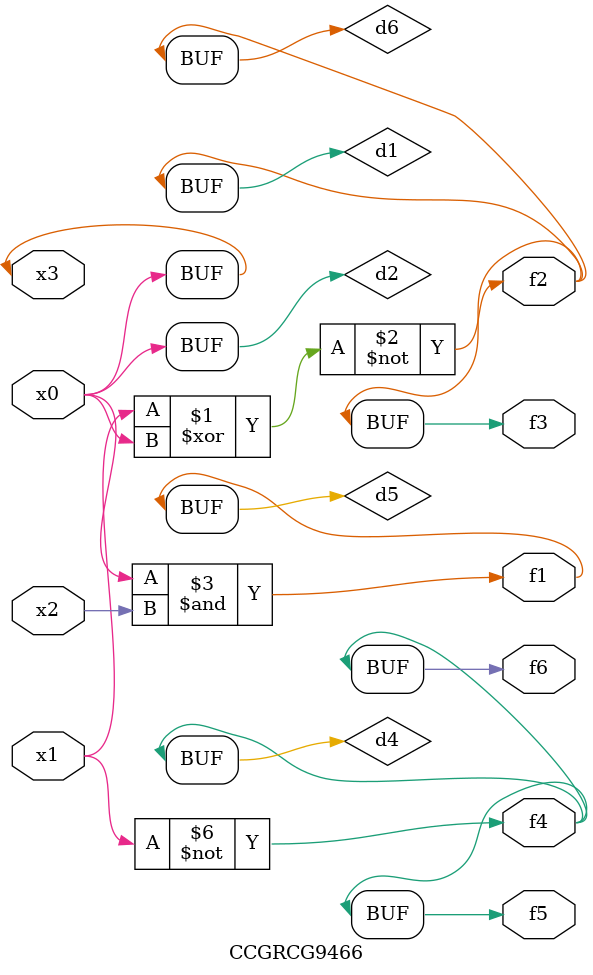
<source format=v>
module CCGRCG9466(
	input x0, x1, x2, x3,
	output f1, f2, f3, f4, f5, f6
);

	wire d1, d2, d3, d4, d5, d6;

	xnor (d1, x1, x3);
	buf (d2, x0, x3);
	nand (d3, x0, x2);
	not (d4, x1);
	nand (d5, d3);
	or (d6, d1);
	assign f1 = d5;
	assign f2 = d6;
	assign f3 = d6;
	assign f4 = d4;
	assign f5 = d4;
	assign f6 = d4;
endmodule

</source>
